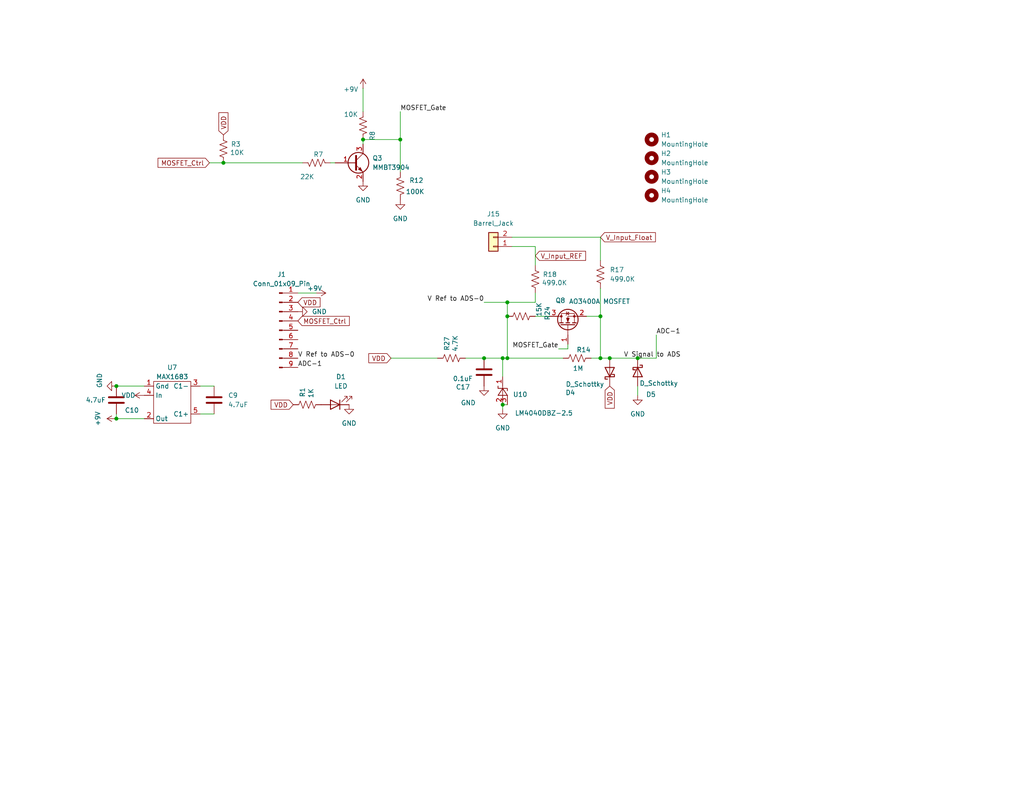
<source format=kicad_sch>
(kicad_sch (version 20250114) (generator "eeschema") (generator_version "9.0")
  (paper "USLetter")
  (title_block (title "Arduino Uno DMM Shield") (date "2025-02-22") (rev "1A") (company "Nick Mann"))
  (lib_symbols
    (symbol "Connector:Conn_01x09_Pin" (pin_names (offset 1.016) (hide yes))
      (property "Reference" "J" (at 0 12.7 0))
      (property "Value" "Conn_01x09_Pin" (at 0 -12.7 0))
      (symbol "Conn_01x09_Pin_1_1"
        (rectangle (start 0.8636 10.287) (end 0 10.033) (stroke (width 0.1524)) (fill (type outline)))
        (rectangle (start 0.8636 7.747) (end 0 7.493) (stroke (width 0.1524)) (fill (type outline)))
        (rectangle (start 0.8636 5.207) (end 0 4.953) (stroke (width 0.1524)) (fill (type outline)))
        (rectangle (start 0.8636 2.667) (end 0 2.413) (stroke (width 0.1524)) (fill (type outline)))
        (rectangle (start 0.8636 0.127) (end 0 -0.127) (stroke (width 0.1524)) (fill (type outline)))
        (rectangle (start 0.8636 -2.413) (end 0 -2.667) (stroke (width 0.1524)) (fill (type outline)))
        (rectangle (start 0.8636 -4.953) (end 0 -5.207) (stroke (width 0.1524)) (fill (type outline)))
        (rectangle (start 0.8636 -7.493) (end 0 -7.747) (stroke (width 0.1524)) (fill (type outline)))
        (rectangle (start 0.8636 -10.033) (end 0 -10.287) (stroke (width 0.1524)) (fill (type outline)))
        (polyline (pts (xy 1.27 10.16) (xy 0.8636 10.16)) (stroke (width 0.1524)))
        (polyline (pts (xy 1.27 7.62) (xy 0.8636 7.62)) (stroke (width 0.1524)))
        (polyline (pts (xy 1.27 5.08) (xy 0.8636 5.08)) (stroke (width 0.1524)))
        (polyline (pts (xy 1.27 2.54) (xy 0.8636 2.54)) (stroke (width 0.1524)))
        (polyline (pts (xy 1.27 0) (xy 0.8636 0)) (stroke (width 0.1524)))
        (polyline (pts (xy 1.27 -2.54) (xy 0.8636 -2.54)) (stroke (width 0.1524)))
        (polyline (pts (xy 1.27 -5.08) (xy 0.8636 -5.08)) (stroke (width 0.1524)))
        (polyline (pts (xy 1.27 -7.62) (xy 0.8636 -7.62)) (stroke (width 0.1524)))
        (polyline (pts (xy 1.27 -10.16) (xy 0.8636 -10.16)) (stroke (width 0.1524)))
        (pin passive line (at 5.08 10.16 180) (length 3.81) (name "Pin_1") (number "1"))
        (pin passive line (at 5.08 7.62 180) (length 3.81) (name "Pin_2") (number "2"))
        (pin passive line (at 5.08 5.08 180) (length 3.81) (name "Pin_3") (number "3"))
        (pin passive line (at 5.08 2.54 180) (length 3.81) (name "Pin_4") (number "4"))
        (pin passive line (at 5.08 0 180) (length 3.81) (name "Pin_5") (number "5"))
        (pin passive line (at 5.08 -2.54 180) (length 3.81) (name "Pin_6") (number "6"))
        (pin passive line (at 5.08 -5.08 180) (length 3.81) (name "Pin_7") (number "7"))
        (pin passive line (at 5.08 -7.62 180) (length 3.81) (name "Pin_8") (number "8"))
        (pin passive line (at 5.08 -10.16 180) (length 3.81) (name "Pin_9") (number "9"))
      )
    )
    (symbol "Connector_Generic:Conn_01x02" (pin_names (offset 1.016) (hide yes))
      (property "Reference" "J" (at 0 2.54 0))
      (property "Value" "Conn_01x02" (at 0 -5.08 0))
      (symbol "Conn_01x02_1_1"
        (rectangle (start -1.27 1.27) (end 1.27 -3.81) (stroke (width 0.254)) (fill (type background)))
        (rectangle (start -1.27 0.127) (end 0 -0.127) (stroke (width 0.1524)))
        (rectangle (start -1.27 -2.413) (end 0 -2.667) (stroke (width 0.1524)))
        (pin passive line (at -5.08 0 0) (length 3.81) (name "Pin_1") (number "1"))
        (pin passive line (at -5.08 -2.54 0) (length 3.81) (name "Pin_2") (number "2"))
      )
    )
    (symbol "Device:C" (pin_numbers (hide yes)) (pin_names (offset 0.254))
      (property "Reference" "C" (at 0.635 2.54 0))
      (property "Value" "C" (at 0.635 -2.54 0))
      (symbol "C_0_1"
        (polyline (pts (xy -2.032 0.762) (xy 2.032 0.762)) (stroke (width 0.508)))
        (polyline (pts (xy -2.032 -0.762) (xy 2.032 -0.762)) (stroke (width 0.508)))
      )
      (symbol "C_1_1"
        (pin passive line (at 0 3.81 270) (length 2.794) (name "~") (number "1"))
        (pin passive line (at 0 -3.81 90) (length 2.794) (name "~") (number "2"))
      )
    )
    (symbol "Device:D_Schottky" (pin_numbers (hide yes)) (pin_names (offset 1.016) (hide yes))
      (property "Reference" "D" (at 0 2.54 0))
      (property "Value" "D_Schottky" (at 0 -2.54 0))
      (symbol "D_Schottky_0_1"
        (polyline (pts (xy -1.905 0.635) (xy -1.905 1.27) (xy -1.27 1.27) (xy -1.27 -1.27) (xy -0.635 -1.27) (xy -0.635 -0.635)) (stroke (width 0.254)))
        (polyline (pts (xy 1.27 1.27) (xy 1.27 -1.27) (xy -1.27 0) (xy 1.27 1.27)) (stroke (width 0.254)))
        (polyline (pts (xy 1.27 0) (xy -1.27 0)))
      )
      (symbol "D_Schottky_1_1"
        (pin passive line (at -3.81 0 0) (length 2.54) (name "K") (number "1"))
        (pin passive line (at 3.81 0 180) (length 2.54) (name "A") (number "2"))
      )
    )
    (symbol "Device:LED" (pin_numbers (hide yes)) (pin_names (offset 1.016) (hide yes))
      (property "Reference" "D" (at 0 2.54 0))
      (property "Value" "LED" (at 0 -2.54 0))
      (symbol "LED_0_1"
        (polyline (pts (xy -3.048 -0.762) (xy -4.572 -2.286) (xy -3.81 -2.286) (xy -4.572 -2.286) (xy -4.572 -1.524)))
        (polyline (pts (xy -1.778 -0.762) (xy -3.302 -2.286) (xy -2.54 -2.286) (xy -3.302 -2.286) (xy -3.302 -1.524)))
        (polyline (pts (xy -1.27 0) (xy 1.27 0)))
        (polyline (pts (xy -1.27 -1.27) (xy -1.27 1.27)) (stroke (width 0.254)))
        (polyline (pts (xy 1.27 -1.27) (xy 1.27 1.27) (xy -1.27 0) (xy 1.27 -1.27)) (stroke (width 0.254)))
      )
      (symbol "LED_1_1"
        (pin passive line (at -3.81 0 0) (length 2.54) (name "K") (number "1"))
        (pin passive line (at 3.81 0 180) (length 2.54) (name "A") (number "2"))
      )
    )
    (symbol "Device:R_US" (pin_numbers (hide yes)) (pin_names (offset 0))
      (property "Reference" "R" (at 2.54 0 90))
      (property "Value" "R_US" (at -2.54 0 90))
      (symbol "R_US_0_1"
        (polyline (pts (xy 0 2.286) (xy 0 2.54)))
        (polyline (pts (xy 0 2.286) (xy 1.016 1.905) (xy 0 1.524) (xy -1.016 1.143) (xy 0 0.762)))
        (polyline (pts (xy 0 0.762) (xy 1.016 0.381) (xy 0 0) (xy -1.016 -0.381) (xy 0 -0.762)))
        (polyline (pts (xy 0 -0.762) (xy 1.016 -1.143) (xy 0 -1.524) (xy -1.016 -1.905) (xy 0 -2.286)))
        (polyline (pts (xy 0 -2.286) (xy 0 -2.54)))
      )
      (symbol "R_US_1_1"
        (pin passive line (at 0 3.81 270) (length 1.27) (name "~") (number "1"))
        (pin passive line (at 0 -3.81 90) (length 1.27) (name "~") (number "2"))
      )
    )
    (symbol "MIC4801:MAX1683"
      (property "Reference" "U" (at 0 0 0))
      (symbol "MAX1683_0_1"
        (rectangle (start 1.27 6.35) (end 11.43 -5.08))
      )
      (symbol "MAX1683_1_1"
        (pin input line (at -1.27 5.08 0) (length 2.54) (name "Gnd") (number "1"))
        (pin input line (at -1.27 2.54 0) (length 2.54) (name "In") (number "4"))
        (pin output line (at -1.27 -3.81 0) (length 2.54) (name "Out") (number "2"))
        (pin output line (at 13.97 5.08 180) (length 2.54) (name "C1-") (number "3"))
        (pin output line (at 13.97 -2.54 180) (length 2.54) (name "C1+") (number "5"))
      )
    )
    (symbol "Mechanical:MountingHole" (pin_names (offset 1.016)) (in_bom no)
      (property "Reference" "H" (at 0 5.08 0))
      (property "Value" "MountingHole" (at 0 3.175 0))
      (symbol "MountingHole_0_1"
        (circle (center 0 0) (radius 1.27) (stroke (width 1.27)))
      )
    )
    (symbol "Reference_Voltage:LM4040DBZ-2.5" (pin_names (offset 0.0254) (hide yes))
      (property "Reference" "U10" (at -1.778 7.112 90))
      (property "Value" "LM4040DBZ-2.5" (at -4.572 17.018 90))
      (symbol "LM4040DBZ-2.5_0_1"
        (polyline (pts (xy -1.27 0) (xy 0 0) (xy 1.27 0)))
        (polyline (pts (xy -1.27 -1.27) (xy 0.635 0) (xy -1.27 1.27) (xy -1.27 -1.27)) (stroke (width 0.2032)))
        (polyline (pts (xy 0 -1.27) (xy 0.635 -1.27) (xy 0.635 1.27) (xy 1.27 1.27)) (stroke (width 0.2032)))
      )
      (symbol "LM4040DBZ-2.5_1_1"
        (pin passive line (at -3.81 0 0) (length 2.54) (name "A") (number "2"))
        (pin input line (at -3.81 -1.27 0) (length 2.54) (name "nc_(gnd)") (number "3"))
        (pin passive line (at 3.81 0 180) (length 2.54) (name "K") (number "1"))
      )
    )
    (symbol "Transistor_BJT:MMBT3904" (pin_names (offset 0) (hide yes))
      (property "Reference" "Q" (at 5.08 1.905 0))
      (property "Value" "MMBT3904" (at 5.08 0 0))
      (symbol "MMBT3904_0_1"
        (polyline (pts (xy 0.635 1.905) (xy 0.635 -1.905) (xy 0.635 -1.905)) (stroke (width 0.508)))
        (polyline (pts (xy 0.635 0.635) (xy 2.54 2.54)))
        (polyline (pts (xy 0.635 -0.635) (xy 2.54 -2.54) (xy 2.54 -2.54)))
        (circle (center 1.27 0) (radius 2.8194) (stroke (width 0.254)))
        (polyline (pts (xy 1.27 -1.778) (xy 1.778 -1.27) (xy 2.286 -2.286) (xy 1.27 -1.778) (xy 1.27 -1.778)) (fill (type outline)))
      )
      (symbol "MMBT3904_1_1"
        (pin input line (at -5.08 0 0) (length 5.715) (name "B") (number "1"))
        (pin passive line (at 2.54 5.08 270) (length 2.54) (name "C") (number "3"))
        (pin passive line (at 2.54 -5.08 90) (length 2.54) (name "E") (number "2"))
      )
    )
    (symbol "Transistor_FET:DMG2302U" (pin_names (hide yes))
      (property "Reference" "Q" (at 5.08 1.905 0))
      (property "Value" "DMG2302U" (at 5.08 0 0))
      (symbol "DMG2302U_0_1"
        (polyline (pts (xy 0.254 1.905) (xy 0.254 -1.905)) (stroke (width 0.254)))
        (polyline (pts (xy 0.254 0) (xy -2.54 0)))
        (polyline (pts (xy 0.762 2.286) (xy 0.762 1.27)) (stroke (width 0.254)))
        (polyline (pts (xy 0.762 0.508) (xy 0.762 -0.508)) (stroke (width 0.254)))
        (polyline (pts (xy 0.762 -1.27) (xy 0.762 -2.286)) (stroke (width 0.254)))
        (polyline (pts (xy 0.762 -1.778) (xy 3.302 -1.778) (xy 3.302 1.778) (xy 0.762 1.778)))
        (polyline (pts (xy 1.016 0) (xy 2.032 0.381) (xy 2.032 -0.381) (xy 1.016 0)) (fill (type outline)))
        (circle (center 1.651 0) (radius 2.794) (stroke (width 0.254)))
        (polyline (pts (xy 2.54 2.54) (xy 2.54 1.778)))
        (circle (center 2.54 1.778) (radius 0.254) (fill (type outline)))
        (circle (center 2.54 -1.778) (radius 0.254) (fill (type outline)))
        (polyline (pts (xy 2.54 -2.54) (xy 2.54 0) (xy 0.762 0)))
        (polyline (pts (xy 2.794 0.508) (xy 2.921 0.381) (xy 3.683 0.381) (xy 3.81 0.254)))
        (polyline (pts (xy 3.302 0.381) (xy 2.921 -0.254) (xy 3.683 -0.254) (xy 3.302 0.381)))
      )
      (symbol "DMG2302U_1_1"
        (pin input line (at -5.08 0 0) (length 2.54) (name "G") (number "1"))
        (pin passive line (at 2.54 5.08 270) (length 2.54) (name "D") (number "3"))
        (pin passive line (at 2.54 -5.08 90) (length 2.54) (name "S") (number "2"))
      )
    )
    (symbol "power:+5V" (power) (pin_names (offset 0))
      (property "Value" "+5V" (at 0 3.556 0))
      (symbol "+5V_0_1"
        (polyline (pts (xy -0.762 1.27) (xy 0 2.54)))
        (polyline (pts (xy 0 2.54) (xy 0.762 1.27)))
        (polyline (pts (xy 0 0) (xy 0 2.54)))
      )
      (symbol "+5V_1_1"
        (pin power_in line (at 0 0 90) (length 0) (hide yes) (name "+5V") (number "1"))
      )
    )
    (symbol "power:+9V" (power) (pin_numbers (hide yes)) (pin_names (offset 0) (hide yes))
      (property "Value" "+9V" (at 0 3.556 0))
      (symbol "+9V_0_1"
        (polyline (pts (xy -0.762 1.27) (xy 0 2.54)))
        (polyline (pts (xy 0 2.54) (xy 0.762 1.27)))
        (polyline (pts (xy 0 0) (xy 0 2.54)))
      )
      (symbol "+9V_1_1"
        (pin power_in line (at 0 0 90) (length 0) (name "~") (number "1"))
      )
    )
    (symbol "power:GND" (power) (pin_names (offset 0))
      (property "Value" "GND" (at 0 -3.81 0))
      (symbol "GND_0_1"
        (polyline (pts (xy 0 0) (xy 0 -1.27) (xy 1.27 -1.27) (xy 0 -2.54) (xy -1.27 -1.27) (xy 0 -1.27)))
      )
      (symbol "GND_1_1"
        (pin power_in line (at 0 0 270) (length 0) (hide yes) (name "GND") (number "1"))
      )
    )
  )
  (junction (at 163.83 97.79))
  (junction (at 137.16 110.49))
  (junction (at 173.99 97.79))
  (junction (at 99.06 38.1))
  (junction (at 132.08 97.79))
  (junction (at 138.43 86.36))
  (junction (at 60.96 44.45))
  (junction (at 109.22 38.1))
  (junction (at 138.43 82.55))
  (junction (at 163.83 86.36))
  (junction (at 166.37 97.79))
  (junction (at 31.75 114.3))
  (junction (at 31.75 105.41))
  (junction (at 138.43 97.79))
  (junction (at 137.16 97.79))
  (wire (pts (xy 91.44 44.45) (xy 90.17 44.45)))
  (wire (pts (xy 138.43 86.36) (xy 138.43 97.79)))
  (wire (pts (xy 127 97.79) (xy 132.08 97.79)))
  (wire (pts (xy 137.16 110.49) (xy 138.43 110.49)))
  (wire (pts (xy 99.06 38.1) (xy 99.06 39.37)))
  (wire (pts (xy 31.75 105.41) (xy 39.37 105.41)))
  (wire (pts (xy 163.83 97.79) (xy 166.37 97.79)))
  (wire (pts (xy 137.16 111.76) (xy 137.16 110.49)))
  (wire (pts (xy 161.29 97.79) (xy 163.83 97.79)))
  (wire (pts (xy 132.08 97.79) (xy 137.16 97.79)))
  (wire (pts (xy 173.99 97.79) (xy 179.07 97.79)))
  (wire (pts (xy 109.22 30.48) (xy 109.22 38.1)))
  (wire (pts (xy 163.83 86.36) (xy 163.83 97.79)))
  (wire (pts (xy 132.08 82.55) (xy 138.43 82.55)))
  (wire (pts (xy 138.43 97.79) (xy 153.67 97.79)))
  (wire (pts (xy 137.16 102.87) (xy 137.16 97.79)))
  (wire (pts (xy 31.75 113.03) (xy 31.75 114.3)))
  (wire (pts (xy 138.43 82.55) (xy 138.43 86.36)))
  (wire (pts (xy 99.06 30.48) (xy 99.06 24.13)))
  (wire (pts (xy 173.99 105.41) (xy 173.99 107.95)))
  (wire (pts (xy 137.16 97.79) (xy 138.43 97.79)))
  (wire (pts (xy 139.7 64.77) (xy 163.83 64.77)))
  (wire (pts (xy 154.94 95.25) (xy 154.94 93.98)))
  (wire (pts (xy 146.05 86.36) (xy 149.86 86.36)))
  (wire (pts (xy 54.61 105.41) (xy 58.42 105.41)))
  (wire (pts (xy 31.75 114.3) (xy 39.37 114.3)))
  (wire (pts (xy 54.61 113.03) (xy 58.42 113.03)))
  (wire (pts (xy 119.38 97.79) (xy 106.68 97.79)))
  (wire (pts (xy 179.07 91.44) (xy 179.07 97.79)))
  (wire (pts (xy 57.15 44.45) (xy 60.96 44.45)))
  (wire (pts (xy 138.43 82.55) (xy 146.05 82.55)))
  (wire (pts (xy 163.83 64.77) (xy 163.83 71.12)))
  (wire (pts (xy 139.7 67.31) (xy 146.05 67.31)))
  (wire (pts (xy 160.02 86.36) (xy 163.83 86.36)))
  (wire (pts (xy 146.05 80.01) (xy 146.05 82.55)))
  (wire (pts (xy 60.96 44.45) (xy 82.55 44.45)))
  (wire (pts (xy 166.37 97.79) (xy 173.99 97.79)))
  (wire (pts (xy 146.05 67.31) (xy 146.05 72.39)))
  (wire (pts (xy 109.22 38.1) (xy 109.22 46.99)))
  (wire (pts (xy 109.22 38.1) (xy 99.06 38.1)))
  (wire (pts (xy 163.83 78.74) (xy 163.83 86.36)))
  (wire (pts (xy 86.36 80.01) (xy 81.28 80.01)))
  (wire (pts (xy 152.4 95.25) (xy 154.94 95.25)))
  (label "V Ref to ADS-0" (at 132.08 82.55 180))
  (label "V Signal to ADS" (at 170.18 97.79 0))
  (label "ADC-1" (at 81.28 100.33 0))
  (label "MOSFET_Gate" (at 109.22 30.48 0))
  (label "ADC-1" (at 179.07 91.44 0))
  (label "V Ref to ADS-0" (at 81.28 97.79 0))
  (label "MOSFET_Gate" (at 152.4 95.25 180))
  (global_label "MOSFET_Ctrl" (shape input) (at 57.15 44.45 180) (property "Intersheetrefs" "${INTERSHEET_REFS}" (effects (hide yes))))
  (global_label "VDD" (shape input) (at 60.96 36.83 90) (property "Intersheetrefs" "${INTERSHEET_REFS}" (effects (hide yes))))
  (global_label "MOSFET_Ctrl" (shape input) (at 81.28 87.63 0) (property "Intersheetrefs" "${INTERSHEET_REFS}" (effects (hide yes))))
  (global_label "VDD" (shape input) (at 166.37 105.41 270) (property "Intersheetrefs" "${INTERSHEET_REFS}" (effects (hide yes))))
  (global_label "V_Input_Float" (shape input) (at 163.83 64.77 0) (property "Intersheetrefs" "${INTERSHEET_REFS}" (effects (hide yes))))
  (global_label "VDD" (shape input) (at 81.28 82.55 0) (property "Intersheetrefs" "${INTERSHEET_REFS}" (effects (hide yes))))
  (global_label "V_Input_REF" (shape input) (at 146.05 69.85 0) (property "Intersheetrefs" "${INTERSHEET_REFS}" (effects (hide yes))))
  (global_label "VDD" (shape input) (at 80.01 110.49 180) (property "Intersheetrefs" "${INTERSHEET_REFS}" (effects (hide yes))))
  (global_label "VDD" (shape input) (at 106.68 97.79 180) (property "Intersheetrefs" "${INTERSHEET_REFS}" (effects (hide yes))))
  (symbol (lib_id "Device:R_US") (at 86.36 44.45 90) (mirror x) (unit 1)
    (property "Reference" "R7" (at 86.868 42.164 90))
    (property "Value" "22K" (at 83.82 48.26 90))
    (property "Footprint" "Resistor_SMD:R_0805_2012Metric_Pad1.20x1.40mm_HandSolder" (effects (hide yes)))
    (property "Description" "Resistor, US symbol" (effects (hide yes)))
    (property "Function" "BJTCurrentLimit1" (effects (hide yes)))
  )
  (symbol (lib_id "Device:C") (at 31.75 109.22 0) (unit 1)
    (property "Reference" "C10" (at 34.036 112.014 0) (effects (justify left)))
    (property "Value" "4.7uF" (at 23.368 109.22 0) (effects (justify left)))
    (property "Footprint" "Capacitor_SMD:C_0805_2012Metric_Pad1.18x1.45mm_HandSolder" (effects (hide yes)))
    (property "Description" "Unpolarized capacitor" (effects (hide yes)))
    (property "Function" "Charge Pump" (effects (hide yes)))
  )
  (symbol (lib_id "Transistor_BJT:MMBT3904") (at 96.52 44.45 0) (unit 1)
    (property "Reference" "Q3" (at 101.6 43.1799 0) (effects (justify left)))
    (property "Value" "MMBT3904" (at 101.6 45.7199 0) (effects (justify left)))
    (property "Footprint" "Package_TO_SOT_SMD:SOT-23" (effects (hide yes)))
    (property "Datasheet" "https://www.onsemi.com/pdf/datasheet/pzt3904-d.pdf" (effects (hide yes)))
    (property "Description" "0.2A Ic, 40V Vce, Small Signal NPN Transistor, SOT-23" (effects (hide yes)))
    (property "ValueTemp" "MMBT3904" (effects (hide yes)))
    (property "Function" "Range Switch Control" (effects (hide yes)))
  )
  (symbol (lib_id "power:+9V") (at 31.75 114.3 90) (unit 1)
    (property "Reference" "#PWR036" (effects (hide yes)))
    (property "Value" "+9V" (at 26.67 114.3 0))
    (property "Description" "Power symbol creates a global label with name \"+9V\"" (effects (hide yes)))
  )
  (symbol (lib_id "Transistor_FET:DMG2302U") (at 154.94 88.9 90) (unit 1)
    (property "Reference" "Q8" (at 152.908 82.042 90))
    (property "Value" "AO3400A MOSFET" (at 163.576 82.296 90))
    (property "Footprint" "Package_TO_SOT_SMD:SOT-23" (effects (hide yes)))
    (property "Datasheet" "http://www.diodes.com/assets/Datasheets/DMG2302U.pdf" (effects (hide yes)))
    (property "Description" "4.2A Id, 20V Vds, N-Channel MOSFET, SOT-23" (effects (hide yes)))
    (property "Function" "R Circuit Range Switch" (effects (hide yes)))
  )
  (symbol (lib_id "Device:R_US") (at 163.83 74.93 0) (unit 1)
    (property "Reference" "R17" (at 166.37 73.6599 0) (effects (justify left)))
    (property "Value" "499.0K" (at 166.37 76.1999 0) (effects (justify left)))
    (property "Footprint" "Resistor_SMD:R_0805_2012Metric_Pad1.20x1.40mm_HandSolder" (effects (hide yes)))
    (property "Description" "Resistor, US symbol" (effects (hide yes)))
    (property "ValueTemp" "75K" (effects (hide yes)))
    (property "Function" "V Signal Divider" (effects (hide yes)))
  )
  (symbol (lib_id "Device:R_US") (at 123.19 97.79 90) (unit 1)
    (property "Reference" "R27" (at 121.92 95.758 0) (effects (justify left)))
    (property "Value" "4.7K" (at 124.206 96.012 0) (effects (justify left)))
    (property "Footprint" "Resistor_SMD:R_0805_2012Metric_Pad1.20x1.40mm_HandSolder" (effects (hide yes)))
    (property "Description" "Resistor, US symbol" (effects (hide yes)))
    (property "ValueTemp" "5K" (effects (hide yes)))
    (property "Function" "Current Limit" (effects (hide yes)))
  )
  (symbol (lib_id "power:+9V") (at 86.36 80.01 270) (unit 1)
    (property "Reference" "#PWR02" (effects (hide yes)))
    (property "Value" "+9V" (at 83.82 78.74 90) (effects (justify left)))
    (property "Description" "Power symbol creates a global label with name \"+9V\"" (effects (hide yes)))
  )
  (symbol (lib_id "Device:D_Schottky") (at 173.99 101.6 270) (unit 1)
    (property "Reference" "D5" (at 176.276 107.696 90) (effects (justify left)))
    (property "Value" "D_Schottky" (at 174.498 104.648 90) (effects (justify left)))
    (property "Footprint" "Diode_SMD:D_SOD-123" (effects (hide yes)))
    (property "Description" "Schottky diode" (effects (hide yes)))
    (property "Function" "Overvoltage Proection" (effects (hide yes)))
  )
  (symbol (lib_id "power:+5V") (at 39.37 107.95 90) (unit 1)
    (property "Reference" "#PWR039" (effects (hide yes)))
    (property "Value" "VDD" (at 35.052 107.95 90))
  )
  (symbol (lib_id "power:GND") (at 81.28 85.09 90) (unit 1)
    (property "Reference" "#PWR01" (effects (hide yes)))
    (property "Value" "GND" (at 85.09 85.0899 90) (effects (justify right)))
    (property "Description" "Power symbol creates a global label with name \"GND\" , ground" (effects (hide yes)))
  )
  (symbol (lib_id "power:GND") (at 95.25 110.49 0) (unit 1)
    (property "Reference" "#PWR04" (effects (hide yes)))
    (property "Value" "GND" (at 95.25 115.57 0))
    (property "Description" "Power symbol creates a global label with name \"GND\" , ground" (effects (hide yes)))
  )
  (symbol (lib_id "power:GND") (at 31.75 105.41 270) (unit 1)
    (property "Reference" "#PWR037" (effects (hide yes)))
    (property "Value" "GND" (at 27.178 103.886 0))
    (property "Description" "Power symbol creates a global label with name \"GND\" , ground" (effects (hide yes)))
  )
  (symbol (lib_id "Mechanical:MountingHole") (at 177.8 48.26 0) (unit 1) (in_bom no)
    (property "Reference" "H3" (at 180.34 46.9899 0) (effects (justify left)))
    (property "Value" "MountingHole" (at 180.34 49.5299 0) (effects (justify left)))
    (property "Footprint" "MountingHole:MountingHole_3.2mm_M3_DIN965_Pad_TopBottom" (effects (hide yes)))
    (property "Description" "Mounting Hole without connection" (effects (hide yes)))
  )
  (symbol (lib_id "MIC4801:MAX1683") (at 40.64 110.49 0) (unit 1)
    (property "Reference" "U7" (at 46.99 100.33 0))
    (property "Value" "MAX1683" (at 46.99 102.87 0))
    (property "Footprint" "Package_TO_SOT_SMD:SOT-23-5_HandSoldering" (effects (hide yes)))
    (property "Datasheet" "https://www.analog.com/media/en/technical-documentation/data-sheets/MAX1682-MAX1683.pdf" (effects (hide yes)))
    (property "Description" "IC REG CHARGE PUMP 2VIN SOT23-5" (effects (hide yes)))
    (property "Function" "Voltage Doubler" (effects (hide yes)))
  )
  (symbol (lib_id "Device:R_US") (at 99.06 34.29 0) (mirror x) (unit 1)
    (property "Reference" "R8" (at 101.6 37.084 90))
    (property "Value" "10K" (at 95.758 31.242 0))
    (property "Footprint" "Resistor_SMD:R_0805_2012Metric_Pad1.20x1.40mm_HandSolder" (effects (hide yes)))
    (property "Description" "Resistor, US symbol" (effects (hide yes)))
    (property "Function" "BJTCurrentLimit2" (effects (hide yes)))
  )
  (symbol (lib_id "Connector_Generic:Conn_01x02") (at 134.62 67.31 180) (unit 1)
    (property "Reference" "J15" (at 134.62 58.42 0))
    (property "Value" "Barrel_Jack" (at 134.62 60.96 0))
    (property "Footprint" "TerminalBlock_Phoenix:TerminalBlock_Phoenix_MKDS-3-2-5.08_1x02_P5.08mm_Horizontal" (effects (hide yes)))
    (property "Description" "Generic connector, single row, 01x02, script generated (kicad-library-utils/schlib/autogen/connector/)" (effects (hide yes)))
    (property "ValueTemp" "Barrel_Jack" (effects (hide yes)))
  )
  (symbol (lib_id "Mechanical:MountingHole") (at 177.8 53.34 0) (unit 1) (in_bom no)
    (property "Reference" "H4" (at 180.34 52.0699 0) (effects (justify left)))
    (property "Value" "MountingHole" (at 180.34 54.6099 0) (effects (justify left)))
    (property "Footprint" "MountingHole:MountingHole_3.2mm_M3_DIN965_Pad_TopBottom" (effects (hide yes)))
    (property "Description" "Mounting Hole without connection" (effects (hide yes)))
  )
  (symbol (lib_id "Device:LED") (at 91.44 110.49 180) (unit 1)
    (property "Reference" "D1" (at 93.0275 102.87 0))
    (property "Value" "LED" (at 93.0275 105.41 0))
    (property "Footprint" "LED_SMD:LED_0805_2012Metric_Pad1.15x1.40mm_HandSolder" (effects (hide yes)))
    (property "Description" "Light emitting diode" (effects (hide yes)))
    (property "Sim.Pins" "1=K 2=A" (effects (hide yes)))
  )
  (symbol (lib_id "Mechanical:MountingHole") (at 177.8 38.1 0) (unit 1) (in_bom no)
    (property "Reference" "H1" (at 180.34 36.8299 0) (effects (justify left)))
    (property "Value" "MountingHole" (at 180.34 39.3699 0) (effects (justify left)))
    (property "Footprint" "MountingHole:MountingHole_3.2mm_M3_DIN965_Pad_TopBottom" (effects (hide yes)))
    (property "Description" "Mounting Hole without connection" (effects (hide yes)))
  )
  (symbol (lib_id "Device:R_US") (at 109.22 50.8 0) (mirror x) (unit 1)
    (property "Reference" "R12" (at 115.57 49.276 0) (effects (justify right)))
    (property "Value" "100K" (at 115.824 52.324 0) (effects (justify right)))
    (property "Footprint" "Resistor_SMD:R_0805_2012Metric_Pad1.20x1.40mm_HandSolder" (effects (hide yes)))
    (property "Description" "Resistor, US symbol" (effects (hide yes)))
    (property "Function" "MOSFET Bleeder1" (effects (hide yes)))
  )
  (symbol (lib_id "Reference_Voltage:LM4040DBZ-2.5") (at 137.16 106.68 90) (unit 1)
    (property "Reference" "U10" (at 139.954 107.696 90) (effects (justify right)))
    (property "Value" "LM4040DBZ-2.5" (at 140.462 112.776 90) (effects (justify right)))
    (property "Footprint" "Package_TO_SOT_SMD:SOT-23" (effects (hide yes)))
    (property "Datasheet" "http://www.ti.com/lit/ds/symlink/lm4040-n.pdf" (effects (hide yes)))
    (property "Description" "2.500V Precision Micropower Shunt Voltage Reference, SOT-23" (effects (hide yes)))
    (property "Function" "V Reference Control" (effects (hide yes)))
  )
  (symbol (lib_id "Device:C") (at 58.42 109.22 0) (unit 1)
    (property "Reference" "C9" (at 62.23 107.9499 0) (effects (justify left)))
    (property "Value" "4.7uF" (at 62.23 110.4899 0) (effects (justify left)))
    (property "Footprint" "Capacitor_SMD:C_0805_2012Metric_Pad1.18x1.45mm_HandSolder" (effects (hide yes)))
    (property "Description" "Unpolarized capacitor" (effects (hide yes)))
    (property "Function" "Charge Pump" (effects (hide yes)))
  )
  (symbol (lib_id "Device:R_US") (at 157.48 97.79 90) (unit 1)
    (property "Reference" "R14" (at 159.258 95.504 90))
    (property "Value" "1M" (at 157.734 100.584 90))
    (property "Footprint" "Resistor_SMD:R_0805_2012Metric_Pad1.20x1.40mm_HandSolder" (effects (hide yes)))
    (property "Description" "Resistor, US symbol" (effects (hide yes)))
    (property "Function" "V Bridge" (effects (hide yes)))
  )
  (symbol (lib_id "Device:R_US") (at 60.96 40.64 0) (unit 1)
    (property "Reference" "R3" (at 62.992 39.37 0) (effects (justify left)))
    (property "Value" "10K" (at 62.738 41.656 0) (effects (justify left)))
    (property "Footprint" "Resistor_SMD:R_0805_2012Metric_Pad1.20x1.40mm_HandSolder" (effects (hide yes)))
    (property "Description" "Resistor, US symbol" (effects (hide yes)))
    (property "Function" "V Driver Pullup" (effects (hide yes)))
  )
  (symbol (lib_id "Device:D_Schottky") (at 166.37 101.6 90) (unit 1)
    (property "Reference" "D4" (at 156.972 107.188 90) (effects (justify left)))
    (property "Value" "D_Schottky" (at 164.846 104.902 90) (effects (justify left)))
    (property "Footprint" "Diode_SMD:D_SOD-123" (effects (hide yes)))
    (property "Description" "Schottky diode" (effects (hide yes)))
    (property "Function" "Overvoltage Proection" (effects (hide yes)))
  )
  (symbol (lib_id "Device:R_US") (at 142.24 86.36 270) (unit 1)
    (property "Reference" "R24" (at 149.352 83.566 0) (effects (justify left)))
    (property "Value" "15K" (at 147.066 82.55 0) (effects (justify left)))
    (property "Footprint" "Resistor_SMD:R_0805_2012Metric_Pad1.20x1.40mm_HandSolder" (effects (hide yes)))
    (property "Description" "Resistor, US symbol" (effects (hide yes)))
    (property "Function" "V REF Divider" (effects (hide yes)))
  )
  (symbol (lib_id "Device:C") (at 132.08 101.6 180) (unit 1)
    (property "Reference" "C17" (at 128.27 105.664 0) (effects (justify left)))
    (property "Value" "0.1uF" (at 129.032 103.378 0) (effects (justify left)))
    (property "Footprint" "Capacitor_SMD:C_0805_2012Metric_Pad1.18x1.45mm_HandSolder" (effects (hide yes)))
    (property "Description" "Unpolarized capacitor" (effects (hide yes)))
    (property "Function" "Voltage Ref Smoothing" (effects (hide yes)))
  )
  (symbol (lib_id "Mechanical:MountingHole") (at 177.8 43.18 0) (unit 1) (in_bom no)
    (property "Reference" "H2" (at 180.34 41.9099 0) (effects (justify left)))
    (property "Value" "MountingHole" (at 180.34 44.4499 0) (effects (justify left)))
    (property "Footprint" "MountingHole:MountingHole_3.2mm_M3_DIN965_Pad_TopBottom" (effects (hide yes)))
    (property "Description" "Mounting Hole without connection" (effects (hide yes)))
  )
  (symbol (lib_id "Connector:Conn_01x09_Pin") (at 76.2 90.17 0) (unit 1)
    (property "Reference" "J1" (at 76.835 74.93 0))
    (property "Value" "Conn_01x09_Pin" (at 76.835 77.47 0))
    (property "Footprint" "Connector_PinHeader_2.54mm:PinHeader_1x09_P2.54mm_Vertical" (effects (hide yes)))
    (property "Description" "Generic connector, single row, 01x09, script generated" (effects (hide yes)))
  )
  (symbol (lib_id "Device:R_US") (at 83.82 110.49 90) (unit 1)
    (property "Reference" "R1" (at 82.55 108.458 0) (effects (justify left)))
    (property "Value" "1K" (at 84.836 108.712 0) (effects (justify left)))
    (property "Footprint" "Resistor_SMD:R_0805_2012Metric_Pad1.20x1.40mm_HandSolder" (effects (hide yes)))
    (property "Description" "Resistor, US symbol" (effects (hide yes)))
    (property "Function" "V Driver Pullup" (effects (hide yes)))
  )
  (symbol (lib_id "power:GND") (at 132.08 105.41 0) (unit 1)
    (property "Reference" "#PWR061" (effects (hide yes)))
    (property "Value" "GND" (at 127.762 109.982 0))
    (property "Description" "Power symbol creates a global label with name \"GND\" , ground" (effects (hide yes)))
  )
  (symbol (lib_id "Device:R_US") (at 146.05 76.2 0) (unit 1)
    (property "Reference" "R18" (at 148.082 74.93 0) (effects (justify left)))
    (property "Value" "499.0K" (at 147.828 77.216 0) (effects (justify left)))
    (property "Footprint" "Resistor_SMD:R_0805_2012Metric_Pad1.20x1.40mm_HandSolder" (effects (hide yes)))
    (property "Description" "Resistor, US symbol" (effects (hide yes)))
    (property "Function" "V REF Divider" (effects (hide yes)))
  )
  (symbol (lib_id "power:GND") (at 99.06 49.53 0) (mirror y) (unit 1)
    (property "Reference" "#PWR048" (effects (hide yes)))
    (property "Value" "GND" (at 99.06 54.61 0))
    (property "Description" "Power symbol creates a global label with name \"GND\" , ground" (effects (hide yes)))
  )
  (symbol (lib_id "power:GND") (at 173.99 107.95 0) (unit 1)
    (property "Reference" "#PWR062" (effects (hide yes)))
    (property "Value" "GND" (at 173.99 113.03 0))
    (property "Description" "Power symbol creates a global label with name \"GND\" , ground" (effects (hide yes)))
  )
  (symbol (lib_id "power:+9V") (at 99.06 24.13 0) (mirror y) (unit 1)
    (property "Reference" "#PWR050" (effects (hide yes)))
    (property "Value" "+9V" (at 97.79 24.384 0) (effects (justify left)))
    (property "Description" "Power symbol creates a global label with name \"+9V\"" (effects (hide yes)))
  )
  (symbol (lib_id "power:GND") (at 109.22 54.61 0) (mirror y) (unit 1)
    (property "Reference" "#PWR046" (effects (hide yes)))
    (property "Value" "GND" (at 109.22 59.69 0))
    (property "Description" "Power symbol creates a global label with name \"GND\" , ground" (effects (hide yes)))
  )
  (symbol (lib_id "power:GND") (at 137.16 111.76 0) (unit 1)
    (property "Reference" "#PWR064" (effects (hide yes)))
    (property "Value" "GND" (at 137.16 116.84 0))
    (property "Description" "Power symbol creates a global label with name \"GND\" , ground" (effects (hide yes)))
  )
)
</source>
